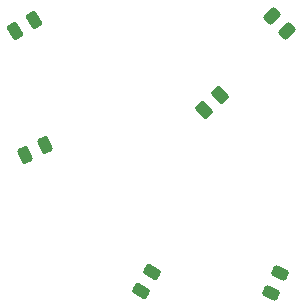
<source format=gbp>
%TF.GenerationSoftware,KiCad,Pcbnew,(6.0.10-0)*%
%TF.CreationDate,2023-05-24T21:28:30+02:00*%
%TF.ProjectId,SwiftLeeds,53776966-744c-4656-9564-732e6b696361,rev?*%
%TF.SameCoordinates,Original*%
%TF.FileFunction,Paste,Bot*%
%TF.FilePolarity,Positive*%
%FSLAX46Y46*%
G04 Gerber Fmt 4.6, Leading zero omitted, Abs format (unit mm)*
G04 Created by KiCad (PCBNEW (6.0.10-0)) date 2023-05-24 21:28:30*
%MOMM*%
%LPD*%
G01*
G04 APERTURE LIST*
G04 Aperture macros list*
%AMRoundRect*
0 Rectangle with rounded corners*
0 $1 Rounding radius*
0 $2 $3 $4 $5 $6 $7 $8 $9 X,Y pos of 4 corners*
0 Add a 4 corners polygon primitive as box body*
4,1,4,$2,$3,$4,$5,$6,$7,$8,$9,$2,$3,0*
0 Add four circle primitives for the rounded corners*
1,1,$1+$1,$2,$3*
1,1,$1+$1,$4,$5*
1,1,$1+$1,$6,$7*
1,1,$1+$1,$8,$9*
0 Add four rect primitives between the rounded corners*
20,1,$1+$1,$2,$3,$4,$5,0*
20,1,$1+$1,$4,$5,$6,$7,0*
20,1,$1+$1,$6,$7,$8,$9,0*
20,1,$1+$1,$8,$9,$2,$3,0*%
G04 Aperture macros list end*
%ADD10RoundRect,0.243750X-0.017031X0.516999X-0.439219X0.273249X0.017031X-0.516999X0.439219X-0.273249X0*%
%ADD11RoundRect,0.243750X0.028093X0.516516X-0.413732X0.310490X-0.028093X-0.516516X0.413732X-0.310490X0*%
%ADD12RoundRect,0.243750X0.310490X-0.413732X0.516516X0.028093X-0.310490X0.413732X-0.516516X-0.028093X0*%
%ADD13RoundRect,0.250000X0.132583X-0.503814X0.503814X-0.132583X-0.132583X0.503814X-0.503814X0.132583X0*%
%ADD14RoundRect,0.243750X0.494975X0.150260X0.150260X0.494975X-0.494975X-0.150260X-0.150260X-0.494975X0*%
%ADD15RoundRect,0.243750X-0.273249X0.439219X-0.516999X0.017031X0.273249X-0.439219X0.516999X-0.017031X0*%
G04 APERTURE END LIST*
D10*
%TO.C,D3*%
X153975149Y-58963913D03*
X152351351Y-59901413D03*
%TD*%
D11*
%TO.C,D4*%
X153150336Y-70396205D03*
X154849664Y-69603795D03*
%TD*%
D12*
%TO.C,D1*%
X174012128Y-82106287D03*
X174804538Y-80406959D03*
%TD*%
D13*
%TO.C,R1*%
X169645235Y-65354765D03*
X168354765Y-66645235D03*
%TD*%
D14*
%TO.C,D2*%
X175396605Y-59960451D03*
X174070779Y-58634625D03*
%TD*%
D15*
%TO.C,D5*%
X163891500Y-80347847D03*
X162954000Y-81971645D03*
%TD*%
M02*

</source>
